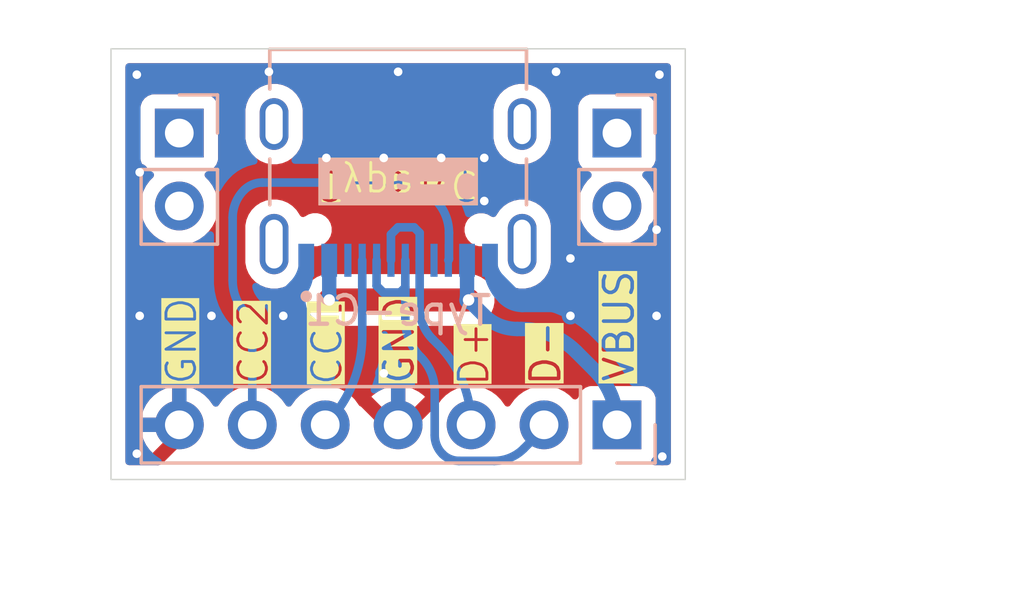
<source format=kicad_pcb>
(kicad_pcb (version 20241229) (generator "pcbnew") (generator_version "9.0")
  (layers (0 "F.Cu" signal) (2 "B.Cu" signal) (13 "F.Paste" user) (15 "B.Paste" user) (5 "F.SilkS" user "F.Silkscreen") (7 "B.SilkS" user "B.Silkscreen") (1 "F.Mask" user) (3 "B.Mask" user) (25 "Edge.Cuts" user))
  (net 0 "")
  (net 1 "CC2")
  (net 2 "VBUS")
  (net 3 "GND")
  (net 4 "CC1")
  (net 5 "D+")
  (net 6 "D-")
  (footprint "Connector_PinHeader_2.54mm:PinHeader_1x07_P2.54mm_Vertical" (layer "B.Cu") (at 157.621 106.795 90)
    (property "Reference" "J1" (hide yes))
    (property "Value" "Conn_01x07_Pin")
    (fp_line (start -1.33 -16.57) (end 1.33 -16.57) (stroke (width 0.12)) (layer "B.SilkS"))
    (fp_line (start 1.33 -1.27) (end 1.33 -16.57) (stroke (width 0.12)) (layer "B.SilkS"))
    (fp_line (start -1.33 -1.27) (end -1.33 -16.57) (stroke (width 0.12)) (layer "B.SilkS"))
    (fp_line (start -1.33 -1.27) (end 1.33 -1.27) (stroke (width 0.12)) (layer "B.SilkS"))
    (fp_line (start -1.33 0) (end -1.33 1.33) (stroke (width 0.12)) (layer "B.SilkS"))
    (fp_line (start -1.33 1.33) (end 0 1.33) (stroke (width 0.12)) (layer "B.SilkS"))
    (pad "1" thru_hole rect (at 0 0 90) (size 1.7 1.7) (drill 1) (layers "*.Cu" "*.Mask") (net 2 "VBUS"))
    (pad "2" thru_hole oval (at 0 -2.54 90) (size 1.7 1.7) (drill 1) (layers "*.Cu" "*.Mask") (net 6 "D-"))
    (pad "3" thru_hole oval (at 0 -5.08 90) (size 1.7 1.7) (drill 1) (layers "*.Cu" "*.Mask") (net 5 "D+"))
    (pad "4" thru_hole oval (at 0 -7.62 90) (size 1.7 1.7) (drill 1) (layers "*.Cu" "*.Mask") (net 3 "GND"))
    (pad "5" thru_hole oval (at 0 -10.16 90) (size 1.7 1.7) (drill 1) (layers "*.Cu" "*.Mask") (net 4 "CC1"))
    (pad "6" thru_hole oval (at 0 -12.7 90) (size 1.7 1.7) (drill 1) (layers "*.Cu" "*.Mask") (net 1 "CC2"))
    (pad "7" thru_hole oval (at 0 -15.24 90) (size 1.7 1.7) (drill 1) (layers "*.Cu" "*.Mask") (net 3 "GND"))
  )
  (footprint "Connector_PinHeader_2.54mm:PinHeader_1x02_P2.54mm_Vertical" (layer "B.Cu") (at 142.379 96.634 180)
    (property "Reference" "J2" (hide yes))
    (property "Value" "Conn_01x02_Pin")
    (fp_line (start 1.33 -1.27) (end 1.33 -3.87) (stroke (width 0.12)) (layer "B.SilkS"))
    (fp_line (start -1.33 1.33) (end 0 1.33) (stroke (width 0.12)) (layer "B.SilkS"))
    (fp_line (start -1.33 0) (end -1.33 1.33) (stroke (width 0.12)) (layer "B.SilkS"))
    (fp_line (start -1.33 -1.27) (end 1.33 -1.27) (stroke (width 0.12)) (layer "B.SilkS"))
    (fp_line (start -1.33 -1.27) (end -1.33 -3.87) (stroke (width 0.12)) (layer "B.SilkS"))
    (fp_line (start -1.33 -3.87) (end 1.33 -3.87) (stroke (width 0.12)) (layer "B.SilkS"))
    (pad "1" thru_hole rect (at 0 0 180) (size 1.7 1.7) (drill 1) (layers "*.Cu" "*.Mask"))
    (pad "2" thru_hole oval (at 0 -2.54 180) (size 1.7 1.7) (drill 1) (layers "*.Cu" "*.Mask"))
  )
  (footprint "Type-C:NELTRON_5077CR-16SMC2-BK-TR" (layer "B.Cu") (at 150 100)
    (property "Reference" "Type-C1" (at 0 2.82 0) (layer "B.SilkS") (effects (justify mirror)))
    (property "Value" "5077CR-16SMC2-BK-TR")
    (fp_line (start -4.47 -6.28) (end -4.47 -4.9) (stroke (width 0.127)) (layer "B.SilkS"))
    (fp_line (start -4.47 -2.46) (end -4.47 -0.87) (stroke (width 0.127)) (layer "B.SilkS"))
    (fp_line (start 4.47 -6.28) (end -4.47 -6.28) (stroke (width 0.127)) (layer "B.SilkS"))
    (fp_line (start 4.47 -6.28) (end 4.47 -4.9) (stroke (width 0.127)) (layer "B.SilkS"))
    (fp_line (start 4.47 -2.46) (end 4.47 -0.87) (stroke (width 0.127)) (layer "B.SilkS"))
    (fp_circle (center -3.2 2.32) (end -3.1 2.32) (stroke (width 0.2)) (fill no) (layer "B.SilkS"))
    (fp_text user "Type-C" (at 2.78 -2.14 180) (layer "F.SilkS" knockout) (effects (font (thickness 0.1)) (justify left bottom)))
    (fp_text user "Type-C" (at -2.78 -2.14 180) (layer "B.SilkS" knockout) (effects (font (thickness 0.1)) (justify left bottom mirror)))
    (pad "" np_thru_hole circle (at -2.89 0) (size 0.65 0.65) (drill 0.65) (layers "*.Cu" "*.Mask"))
    (pad "" np_thru_hole circle (at 2.89 0) (size 0.65 0.65) (drill 0.65) (layers "*.Cu" "*.Mask"))
    (pad "A1_B12" smd rect (at -3.2 1.065) (size 0.55 1.15) (layers "B.Cu" "B.Mask" "B.Paste") (net 3 "GND"))
    (pad "A4_B9" smd rect (at -2.4 1.065) (size 0.55 1.15) (layers "B.Cu" "B.Mask" "B.Paste") (net 2 "VBUS"))
    (pad "A5" smd rect (at -1.25 1.065) (size 0.25 1.15) (layers "B.Cu" "B.Mask" "B.Paste") (net 4 "CC1"))
    (pad "A6" smd rect (at -0.25 1.065) (size 0.25 1.15) (layers "B.Cu" "B.Mask" "B.Paste") (net 5 "D+"))
    (pad "A7" smd rect (at 0.25 1.065) (size 0.25 1.15) (layers "B.Cu" "B.Mask" "B.Paste") (net 6 "D-"))
    (pad "A8" smd rect (at 1.25 1.065) (size 0.25 1.15) (layers "B.Cu" "B.Mask" "B.Paste"))
    (pad "B1_A12" smd rect (at 3.2 1.065) (size 0.55 1.15) (layers "B.Cu" "B.Mask" "B.Paste") (net 3 "GND"))
    (pad "B4_A9" smd rect (at 2.4 1.065) (size 0.55 1.15) (layers "B.Cu" "B.Mask" "B.Paste") (net 2 "VBUS"))
    (pad "B5" smd rect (at 1.75 1.065) (size 0.25 1.15) (layers "B.Cu" "B.Mask" "B.Paste") (net 1 "CC2"))
    (pad "B6" smd rect (at 0.75 1.065) (size 0.25 1.15) (layers "B.Cu" "B.Mask" "B.Paste") (net 5 "D+"))
    (pad "B7" smd rect (at -0.75 1.065) (size 0.25 1.15) (layers "B.Cu" "B.Mask" "B.Paste") (net 6 "D-"))
    (pad "B8" smd rect (at -1.75 1.065) (size 0.25 1.15) (layers "B.Cu" "B.Mask" "B.Paste"))
    (pad "S1" thru_hole oval (at -4.32 -3.68) (size 1 1.8) (drill oval 0.6 1.4) (layers "*.Cu" "*.Mask"))
    (pad "S2" thru_hole oval (at 4.32 -3.68) (size 1 1.8) (drill oval 0.6 1.4) (layers "*.Cu" "*.Mask"))
    (pad "S3" thru_hole oval (at -4.32 0.5) (size 1 2.1) (drill oval 0.6 1.7) (layers "*.Cu" "*.Mask"))
    (pad "S4" thru_hole oval (at 4.32 0.5) (size 1 2.1) (drill oval 0.6 1.7) (layers "*.Cu" "*.Mask"))
  )
  (footprint "Connector_PinHeader_2.54mm:PinHeader_1x02_P2.54mm_Vertical" (layer "B.Cu") (at 157.621 96.635 180)
    (property "Reference" "J3" (hide yes))
    (property "Value" "Conn_01x02_Pin")
    (fp_line (start 1.33 -1.27) (end 1.33 -3.87) (stroke (width 0.12)) (layer "B.SilkS"))
    (fp_line (start -1.33 1.33) (end 0 1.33) (stroke (width 0.12)) (layer "B.SilkS"))
    (fp_line (start -1.33 0) (end -1.33 1.33) (stroke (width 0.12)) (layer "B.SilkS"))
    (fp_line (start -1.33 -1.27) (end 1.33 -1.27) (stroke (width 0.12)) (layer "B.SilkS"))
    (fp_line (start -1.33 -1.27) (end -1.33 -3.87) (stroke (width 0.12)) (layer "B.SilkS"))
    (fp_line (start -1.33 -3.87) (end 1.33 -3.87) (stroke (width 0.12)) (layer "B.SilkS"))
    (pad "1" thru_hole rect (at 0 0 180) (size 1.7 1.7) (drill 1) (layers "*.Cu" "*.Mask"))
    (pad "2" thru_hole oval (at 0 -2.54 180) (size 1.7 1.7) (drill 1) (layers "*.Cu" "*.Mask"))
  )
  (gr_rect (start 140 93.7) (end 160 108.7) (stroke (width 0.05)) (fill no) (layer "Edge.Cuts"))
  (gr_text "GND" (at 143.041 105.465 90) (layer "F.SilkS" knockout) (effects (font (size 1 1) (thickness 0.1)) (justify left bottom)))
  (gr_text "CC1" (at 148.11 105.48 90) (layer "F.SilkS" knockout) (effects (font (size 1 1) (thickness 0.1)) (justify left bottom)))
  (gr_text "VBUS" (at 158.28 105.36 90) (layer "F.SilkS" knockout) (effects (font (size 1 1) (thickness 0.125)) (justify left bottom)))
  (gr_text "GND" (at 150.62 105.45 90) (layer "F.SilkS" knockout) (effects (font (size 1 1) (thickness 0.125)) (justify left bottom)))
  (gr_text "CC2" (at 145.541 105.465 90) (layer "F.SilkS" knockout) (effects (font (size 1 1) (thickness 0.1)) (justify left bottom)))
  (gr_text "D-" (at 155.72 105.5 90) (layer "F.SilkS" knockout) (effects (font (size 1 1) (thickness 0.125)) (justify left bottom)))
  (gr_text "D+" (at 153.22 105.51 90) (layer "F.SilkS" knockout) (effects (font (size 1 1) (thickness 0.1)) (justify left bottom)))
  (segment (start 145.273767 98.357) (end 149.852129 98.357) (width 0.3) (layer "B.Cu") (net 1))
  (segment (start 144.921 106.795) (end 144.921 103.4195) (width 0.3) (layer "B.Cu") (net 1))
  (segment (start 144.237 101.768177) (end 144.237 99.580443) (width 0.3) (layer "B.Cu") (net 1))
  (segment (start 151.771 100.111823) (end 151.771 101.014302) (width 0.3) (layer "B.Cu") (net 1))
  (arc (start 144.717 102.927) (mid 144.361748 102.395327) (end 144.237 101.768177) (width 0.3) (layer "B.Cu") (net 1))
  (arc (start 149.852129 98.357) (mid 150.63084 98.511896) (end 151.291 98.953) (width 0.3) (layer "B.Cu") (net 1))
  (arc (start 144.237 99.580443) (mid 144.340177 99.061737) (end 144.634 98.622) (width 0.3) (layer "B.Cu") (net 1))
  (arc (start 144.921 103.4195) (mid 144.867982 103.152961) (end 144.717 102.927) (width 0.3) (layer "B.Cu") (net 1))
  (arc (start 151.291 98.953) (mid 151.646252 99.484673) (end 151.771 100.111823) (width 0.3) (layer "B.Cu") (net 1))
  (arc (start 151.771 101.014302) (mid 151.765542 101.04174) (end 151.75 101.065) (width 0.3) (layer "B.Cu") (net 1))
  (arc (start 144.634 98.622) (mid 144.927528 98.425872) (end 145.273767 98.357) (width 0.3) (layer "B.Cu") (net 1))
  (segment (start 147.6 102.446586) (end 152.453715 102.446586) (width 0.8) (layer "F.Cu") (net 2))
  (via (at 147.6 102.446586) (size 0.65) (drill 0.4) (layers "F.Cu" "B.Cu") (net 2))
  (via (at 152.453715 102.446586) (size 0.65) (drill 0.4) (layers "F.Cu" "B.Cu") (net 2))
  (segment (start 156.202 104.251) (end 156.825505 104.874505) (width 0.5) (layer "B.Cu") (net 2))
  (segment (start 154.149 103.457) (end 154.285114 103.457) (width 0.5) (layer "B.Cu") (net 2))
  (segment (start 147.6 101.065) (end 147.6 102.446586) (width 0.5) (layer "B.Cu") (net 2))
  (segment (start 152.4 101.065) (end 152.4 102.316907) (width 0.5) (layer "B.Cu") (net 2))
  (segment (start 152.453715 102.446586) (end 152.979852 102.972723) (width 0.5) (layer "B.Cu") (net 2))
  (arc (start 152.979852 102.972723) (mid 153.516262 103.33114) (end 154.149 103.457) (width 0.5) (layer "B.Cu") (net 2))
  (arc (start 156.825505 104.874505) (mid 157.414257 105.755636) (end 157.621 106.795) (width 0.5) (layer "B.Cu") (net 2))
  (arc (start 152.4 102.316907) (mid 152.41396 102.387088) (end 152.453715 102.446586) (width 0.5) (layer "B.Cu") (net 2))
  (arc (start 154.285114 103.457) (mid 155.322525 103.663354) (end 156.202 104.251) (width 0.5) (layer "B.Cu") (net 2))
  (segment (start 149.478626 106.578625) (end 148.82 105.92) (width 0.5) (layer "F.Cu") (net 3))
  (segment (start 150.537031 106.572968) (end 151.14 105.97) (width 0.5) (layer "F.Cu") (net 3))
  (segment (start 142.095329 107.484671) (end 141.63 107.95) (width 0.5) (layer "F.Cu") (net 3))
  (via (at 156 101) (size 0.6) (drill 0.3) (layers "F.Cu" "B.Cu") (net 3))
  (via (at 153 99) (size 0.6) (drill 0.3) (layers "F.Cu" "B.Cu") (net 3))
  (via (at 149.5 97.5) (size 0.6) (drill 0.3) (layers "F.Cu" "B.Cu") (net 3))
  (via (at 151.5 97.5) (size 0.6) (drill 0.3) (layers "F.Cu" "B.Cu") (net 3))
  (via (at 159 100) (size 0.6) (drill 0.3) (layers "F.Cu" "B.Cu") (net 3))
  (via (at 159.2 107.9) (size 0.6) (drill 0.3) (layers "F.Cu" "B.Cu") (net 3))
  (via (at 140.9 107.8) (size 0.6) (drill 0.3) (layers "F.Cu" "B.Cu") (net 3))
  (via (at 143.5 103) (size 0.6) (drill 0.3) (layers "F.Cu" "B.Cu") (net 3))
  (via (at 150 94.5) (size 0.6) (drill 0.3) (layers "F.Cu" "B.Cu") (net 3))
  (via (at 146 103) (size 0.6) (drill 0.3) (layers "F.Cu" "B.Cu") (net 3))
  (via (at 153 97.5) (size 0.6) (drill 0.3) (layers "F.Cu" "B.Cu") (net 3))
  (via (at 159.1 94.6) (size 0.6) (drill 0.3) (layers "F.Cu" "B.Cu") (net 3))
  (via (at 149.5 105) (size 0.6) (drill 0.3) (layers "F.Cu" "B.Cu") (net 3))
  (via (at 147.5 97.5) (size 0.6) (drill 0.3) (layers "F.Cu" "B.Cu") (net 3))
  (via (at 141 103) (size 0.6) (drill 0.3) (layers "F.Cu" "B.Cu") (net 3))
  (via (at 155.5 94.5) (size 0.6) (drill 0.3) (layers "F.Cu" "B.Cu") (net 3))
  (via (at 141 98) (size 0.6) (drill 0.3) (layers "F.Cu" "B.Cu") (net 3))
  (via (at 140.9 94.6) (size 0.6) (drill 0.3) (layers "F.Cu" "B.Cu") (net 3))
  (via (at 145.5 94.5) (size 0.6) (drill 0.3) (layers "F.Cu" "B.Cu") (net 3))
  (via (at 159 103) (size 0.6) (drill 0.3) (layers "F.Cu" "B.Cu") (net 3))
  (via (at 156 103) (size 0.6) (drill 0.3) (layers "F.Cu" "B.Cu") (net 3))
  (arc (start 142.381 106.795) (mid 142.306757 107.168247) (end 142.095329 107.484671) (width 0.5) (layer "F.Cu") (net 3))
  (arc (start 150.001 106.795) (mid 149.718293 106.738766) (end 149.478626 106.578625) (width 0.5) (layer "F.Cu") (net 3))
  (arc (start 150.001 106.795) (mid 150.291098 106.737296) (end 150.537031 106.572968) (width 0.5) (layer "F.Cu") (net 3))
  (segment (start 153.2 101.065) (end 153.2 101.16255) (width 0.5) (layer "B.Cu") (net 3))
  (segment (start 154.328524 102.622) (end 155.481 102.622) (width 0.5) (layer "B.Cu") (net 3))
  (segment (start 146.421698 101.978302) (end 146.2 102.2) (width 0.5) (layer "B.Cu") (net 3))
  (segment (start 146.8 101.065) (end 146.8 101.500535) (width 0.5) (layer "B.Cu") (net 3))
  (segment (start 153.489914 101.764914) (end 153.95 102.225) (width 0.5) (layer "B.Cu") (net 3))
  (arc (start 153.2 101.065) (mid 153.275346 101.443791) (end 153.489914 101.764914) (width 0.5) (layer "B.Cu") (net 3))
  (arc (start 146.8 101.500535) (mid 146.725671 101.874212) (end 146.514 102.191) (width 0.5) (layer "B.Cu") (net 3))
  (arc (start 146.8 101.065) (mid 146.701682 101.559275) (end 146.421698 101.978302) (width 0.5) (layer "B.Cu") (net 3))
  (arc (start 153.696 102.36) (mid 153.986205 102.553908) (end 154.328524 102.622) (width 0.5) (layer "B.Cu") (net 3))
  (arc (start 153.2 101.16255) (mid 153.328906 101.810605) (end 153.696 102.36) (width 0.5) (layer "B.Cu") (net 3))
  (segment (start 148.75 101.065) (end 148.75 103.683079) (width 0.3) (layer "B.Cu") (net 4))
  (arc (start 148.75 103.683079) (mid 148.414999 105.367238) (end 147.461 106.795) (width 0.3) (layer "B.Cu") (net 4))
  (segment (start 151.203 103.813) (end 151.378517 103.988517) (width 0.3) (layer "B.Cu") (net 5))
  (segment (start 149.997 99.917) (end 149.75 100.164) (width 0.3) (layer "B.Cu") (net 5))
  (segment (start 150.75 101.065) (end 150.75 100.11) (width 0.3) (layer "B.Cu") (net 5))
  (segment (start 150.75 101.065) (end 150.75 102.719361) (width 0.3) (layer "B.Cu") (net 5))
  (segment (start 150.75 100.11) (end 150.557 99.917) (width 0.3) (layer "B.Cu") (net 5))
  (segment (start 149.75 100.164) (end 149.75 101.065) (width 0.3) (layer "B.Cu") (net 5))
  (segment (start 150.557 99.917) (end 149.997 99.917) (width 0.3) (layer "B.Cu") (net 5))
  (arc (start 150.75 102.719361) (mid 150.867731 103.311234) (end 151.203 103.813) (width 0.3) (layer "B.Cu") (net 5))
  (arc (start 151.378517 103.988517) (mid 152.23888 105.276143) (end 152.541 106.795) (width 0.3) (layer "B.Cu") (net 5))
  (segment (start 150.25 102.007) (end 150.25 103.14181) (width 0.3) (layer "B.Cu") (net 6))
  (segment (start 149.485 102.188) (end 150.069 102.188) (width 0.3) (layer "B.Cu") (net 6))
  (segment (start 154.373 107.625) (end 154.994733 107.003267) (width 0.3) (layer "B.Cu") (net 6))
  (segment (start 152.119169 108.05) (end 153.346959 108.05) (width 0.3) (layer "B.Cu") (net 6))
  (segment (start 150.069 102.188) (end 150.25 102.007) (width 0.3) (layer "B.Cu") (net 6))
  (segment (start 150.25 102.007) (end 150.25 101.065) (width 0.3) (layer "B.Cu") (net 6))
  (segment (start 149.25 101.953) (end 149.485 102.188) (width 0.3) (layer "B.Cu") (net 6))
  (segment (start 151.274 105.613965) (end 151.274 107.15392) (width 0.3) (layer "B.Cu") (net 6))
  (segment (start 149.25 101.065) (end 149.25 101.953) (width 0.3) (layer "B.Cu") (net 6))
  (arc (start 150.25 103.14181) (mid 150.388782 103.839514) (end 150.784 104.431) (width 0.3) (layer "B.Cu") (net 6))
  (arc (start 151.274 107.15392) (mid 151.344951 107.510611) (end 151.547 107.813) (width 0.3) (layer "B.Cu") (net 6))
  (arc (start 151.547 107.813) (mid 151.809514 107.988405) (end 152.119169 108.05) (width 0.3) (layer "B.Cu") (net 6))
  (arc (start 154.994733 107.003267) (mid 155.05858 106.907713) (end 155.081 106.795) (width 0.3) (layer "B.Cu") (net 6))
  (arc (start 150.784 104.431) (mid 151.146653 104.973749) (end 151.274 105.613965) (width 0.3) (layer "B.Cu") (net 6))
  (arc (start 153.346959 108.05) (mid 153.902249 107.939546) (end 154.373 107.625) (width 0.3) (layer "B.Cu") (net 6))
  (zone (net 3) (net_name "GND") (layers "F.Cu" "B.Cu") (connect_pads (clearance 0.5)) (min_thickness 0.25) (fill yes (thermal_gap 0.5) (thermal_bridge_width 0.5))
    (polygon (pts (xy 138 92) (xy 162 92) (xy 162 110) (xy 138 110)))
  )
)
</source>
